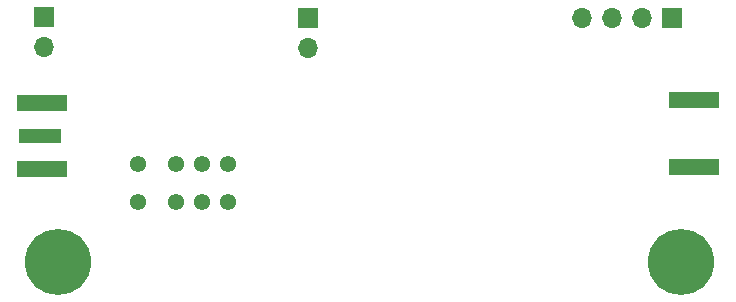
<source format=gbr>
G04 #@! TF.GenerationSoftware,KiCad,Pcbnew,8.0.5*
G04 #@! TF.CreationDate,2025-06-10T11:51:36+02:00*
G04 #@! TF.ProjectId,SDR_PreAmp_Filter,5344525f-5072-4654-916d-705f46696c74,rev?*
G04 #@! TF.SameCoordinates,Original*
G04 #@! TF.FileFunction,Soldermask,Bot*
G04 #@! TF.FilePolarity,Negative*
%FSLAX46Y46*%
G04 Gerber Fmt 4.6, Leading zero omitted, Abs format (unit mm)*
G04 Created by KiCad (PCBNEW 8.0.5) date 2025-06-10 11:51:36*
%MOMM*%
%LPD*%
G01*
G04 APERTURE LIST*
%ADD10C,5.600000*%
%ADD11R,1.700000X1.700000*%
%ADD12O,1.700000X1.700000*%
%ADD13C,1.381000*%
%ADD14R,4.200000X1.350000*%
%ADD15R,3.600000X1.270000*%
G04 APERTURE END LIST*
D10*
X146050000Y-139700000D03*
D11*
X145330000Y-119075000D03*
D12*
X142790000Y-119075000D03*
X140250000Y-119075000D03*
X137710000Y-119075000D03*
D13*
X100076000Y-134620000D03*
X103276000Y-134620000D03*
X105476000Y-134620000D03*
X107676000Y-134620000D03*
X107676000Y-131420000D03*
X105476000Y-131420000D03*
X103276000Y-131420000D03*
X100076000Y-131420000D03*
D10*
X93345000Y-139700000D03*
D11*
X92175000Y-118975000D03*
D12*
X92175000Y-121515000D03*
D14*
X147193000Y-131699000D03*
X147193000Y-126049000D03*
D11*
X114526000Y-119024400D03*
D12*
X114526000Y-121564400D03*
D15*
X91798800Y-129057400D03*
D14*
X91998800Y-131882400D03*
X91998800Y-126232400D03*
M02*

</source>
